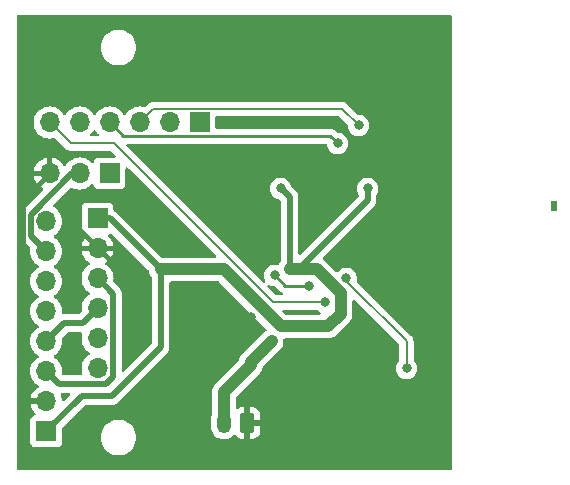
<source format=gbr>
%TF.GenerationSoftware,KiCad,Pcbnew,7.0.1*%
%TF.CreationDate,2023-11-12T22:26:15+01:00*%
%TF.ProjectId,pcbIOT,70636249-4f54-42e6-9b69-6361645f7063,rev?*%
%TF.SameCoordinates,Original*%
%TF.FileFunction,Copper,L2,Bot*%
%TF.FilePolarity,Positive*%
%FSLAX46Y46*%
G04 Gerber Fmt 4.6, Leading zero omitted, Abs format (unit mm)*
G04 Created by KiCad (PCBNEW 7.0.1) date 2023-11-12 22:26:15*
%MOMM*%
%LPD*%
G01*
G04 APERTURE LIST*
G04 Aperture macros list*
%AMRoundRect*
0 Rectangle with rounded corners*
0 $1 Rounding radius*
0 $2 $3 $4 $5 $6 $7 $8 $9 X,Y pos of 4 corners*
0 Add a 4 corners polygon primitive as box body*
4,1,4,$2,$3,$4,$5,$6,$7,$8,$9,$2,$3,0*
0 Add four circle primitives for the rounded corners*
1,1,$1+$1,$2,$3*
1,1,$1+$1,$4,$5*
1,1,$1+$1,$6,$7*
1,1,$1+$1,$8,$9*
0 Add four rect primitives between the rounded corners*
20,1,$1+$1,$2,$3,$4,$5,0*
20,1,$1+$1,$4,$5,$6,$7,0*
20,1,$1+$1,$6,$7,$8,$9,0*
20,1,$1+$1,$8,$9,$2,$3,0*%
G04 Aperture macros list end*
%TA.AperFunction,ComponentPad*%
%ADD10R,1.700000X1.700000*%
%TD*%
%TA.AperFunction,ComponentPad*%
%ADD11O,1.700000X1.700000*%
%TD*%
%TA.AperFunction,ComponentPad*%
%ADD12RoundRect,0.250000X0.350000X0.625000X-0.350000X0.625000X-0.350000X-0.625000X0.350000X-0.625000X0*%
%TD*%
%TA.AperFunction,ComponentPad*%
%ADD13O,1.200000X1.750000*%
%TD*%
%TA.AperFunction,ComponentPad*%
%ADD14R,0.500000X0.900000*%
%TD*%
%TA.AperFunction,ViaPad*%
%ADD15C,0.800000*%
%TD*%
%TA.AperFunction,Conductor*%
%ADD16C,1.000000*%
%TD*%
%TA.AperFunction,Conductor*%
%ADD17C,0.381000*%
%TD*%
%TA.AperFunction,Conductor*%
%ADD18C,0.400000*%
%TD*%
%TA.AperFunction,Conductor*%
%ADD19C,0.500000*%
%TD*%
%TA.AperFunction,Conductor*%
%ADD20C,0.250000*%
%TD*%
%TA.AperFunction,Conductor*%
%ADD21C,0.200000*%
%TD*%
G04 APERTURE END LIST*
D10*
%TO.P,J5,1,VIN*%
%TO.N,VDD*%
X123698000Y-60960000D03*
D11*
%TO.P,J5,2,GND*%
%TO.N,GND*%
X121158000Y-60960000D03*
%TO.P,J5,3,SCL*%
%TO.N,SCL*%
X118618000Y-60960000D03*
%TO.P,J5,4,SDA*%
%TO.N,SDA*%
X116078000Y-60960000D03*
%TO.P,J5,5,GPIO*%
%TO.N,ToF2_INT*%
X113538000Y-60960000D03*
%TO.P,J5,6,XSHUT*%
%TO.N,ToF2_XSHUT*%
X110998000Y-60960000D03*
%TD*%
D12*
%TO.P,J1,1,GND*%
%TO.N,GND*%
X127746000Y-86402000D03*
D13*
%TO.P,J1,2,VIN_BATT*%
%TO.N,Net-(IC2-EN)*%
X125746000Y-86402000D03*
%TD*%
D10*
%TO.P,J4,1,VIN*%
%TO.N,VDD*%
X115062000Y-69088000D03*
D11*
%TO.P,J4,2,GND*%
%TO.N,GND*%
X115062000Y-71628000D03*
%TO.P,J4,3,SCL*%
%TO.N,SCL*%
X115062000Y-74168000D03*
%TO.P,J4,4,SDA*%
%TO.N,SDA*%
X115062000Y-76708000D03*
%TO.P,J4,5,GPIO*%
%TO.N,ToF1_INT*%
X115062000Y-79248000D03*
%TO.P,J4,6,XSHUT*%
%TO.N,ToF1_XSHUT*%
X115062000Y-81788000D03*
%TD*%
D14*
%TO.P,AE1,2*%
%TO.N,N/C*%
X153670000Y-68026000D03*
%TD*%
D10*
%TO.P,J2,1,VCC*%
%TO.N,VDD*%
X110719000Y-87107000D03*
D11*
%TO.P,J2,2,GND*%
%TO.N,GND*%
X110719000Y-84567000D03*
%TO.P,J2,3,SCL*%
%TO.N,SCL*%
X110719000Y-82027000D03*
%TO.P,J2,4,SDA*%
%TO.N,SDA*%
X110719000Y-79487000D03*
%TO.P,J2,5,XDA*%
%TO.N,unconnected-(J2-Pin_5-Pad5)*%
X110719000Y-76947000D03*
%TO.P,J2,6,XCL*%
%TO.N,unconnected-(J2-Pin_6-Pad6)*%
X110719000Y-74407000D03*
%TO.P,J2,7,AD0*%
%TO.N,Net-(J2-Pin_7)*%
X110719000Y-71867000D03*
%TO.P,J2,8,INT*%
%TO.N,Acc_int*%
X110719000Y-69327000D03*
%TD*%
D10*
%TO.P,J3,1,Pin_1*%
%TO.N,VDD*%
X116078000Y-65278000D03*
D11*
%TO.P,J3,2,Pin_2*%
%TO.N,Net-(J2-Pin_7)*%
X113538000Y-65278000D03*
%TO.P,J3,3,Pin_3*%
%TO.N,GND*%
X110998000Y-65278000D03*
%TD*%
D15*
%TO.N,Net-(IC2-EN)*%
X129794000Y-79502000D03*
%TO.N,GND*%
X124714000Y-57404000D03*
X120904000Y-83566000D03*
X118110000Y-77470000D03*
X122428000Y-86614000D03*
X140928000Y-67056000D03*
X130302000Y-88392000D03*
X124968000Y-77724000D03*
X121158000Y-63246000D03*
X142240000Y-87376000D03*
X140716000Y-62230000D03*
X137668000Y-62970500D03*
X140462000Y-68917500D03*
X140970000Y-72644000D03*
X144272000Y-57658000D03*
X113030000Y-67818000D03*
X112522000Y-57150000D03*
X110490000Y-62992000D03*
X134366000Y-65532000D03*
X137160000Y-59944000D03*
X130048000Y-70358000D03*
X117602000Y-68072000D03*
X113538000Y-86360000D03*
X128016000Y-77386500D03*
X135890000Y-57150000D03*
X124968000Y-65786000D03*
%TO.N,VDD*%
X137922000Y-66548000D03*
X134366000Y-78232000D03*
X131318000Y-73406000D03*
X120396000Y-73406000D03*
X130556000Y-66548000D03*
%TO.N,SDA*%
X135382000Y-62738000D03*
%TO.N,SCL*%
X137160000Y-61214000D03*
%TO.N,SWO*%
X136120500Y-74168000D03*
X141224000Y-81788000D03*
%TO.N,ToF2_INT*%
X132950122Y-74784122D03*
X130048000Y-73914000D03*
%TO.N,ToF2_XSHUT*%
X134303500Y-76200000D03*
%TD*%
D16*
%TO.N,Net-(IC2-EN)*%
X128016000Y-81280000D02*
X128016000Y-81534000D01*
X128016000Y-81534000D02*
X125746000Y-83804000D01*
X129794000Y-79502000D02*
X128016000Y-81280000D01*
X125746000Y-83804000D02*
X125746000Y-86402000D01*
D17*
%TO.N,GND*%
X113030000Y-69596000D02*
X113030000Y-67818000D01*
D18*
X108981000Y-84567000D02*
X108966000Y-84582000D01*
D17*
X118110000Y-74676000D02*
X118110000Y-77470000D01*
D18*
X108769000Y-67507000D02*
X110998000Y-65278000D01*
X108966000Y-84582000D02*
X108769000Y-84385000D01*
D17*
X115062000Y-71628000D02*
X113030000Y-69596000D01*
X115062000Y-71628000D02*
X118110000Y-74676000D01*
D18*
X108769000Y-84385000D02*
X108769000Y-67507000D01*
X110719000Y-84567000D02*
X108981000Y-84567000D01*
D19*
%TO.N,VDD*%
X137922000Y-66548000D02*
X137922000Y-67564000D01*
X137922000Y-67564000D02*
X132080000Y-73406000D01*
X116078000Y-69088000D02*
X115062000Y-69088000D01*
X131318000Y-67310000D02*
X130556000Y-66548000D01*
X113715975Y-84110025D02*
X116295975Y-84110025D01*
D16*
X134552082Y-78232000D02*
X135636000Y-77148082D01*
X135636000Y-77148082D02*
X135636000Y-75438000D01*
X133604000Y-73406000D02*
X131318000Y-73406000D01*
X134366000Y-78232000D02*
X134552082Y-78232000D01*
X135636000Y-75438000D02*
X133604000Y-73406000D01*
D19*
X120396000Y-80010000D02*
X120396000Y-73406000D01*
X131318000Y-73406000D02*
X131318000Y-67310000D01*
D16*
X130556000Y-78232000D02*
X134366000Y-78232000D01*
X120396000Y-73406000D02*
X125730000Y-73406000D01*
D19*
X110719000Y-87107000D02*
X113715975Y-84110025D01*
D16*
X125730000Y-73406000D02*
X130556000Y-78232000D01*
D19*
X120396000Y-73406000D02*
X116078000Y-69088000D01*
X116295975Y-84110025D02*
X120396000Y-80010000D01*
X132080000Y-73406000D02*
X131318000Y-73406000D01*
D20*
%TO.N,SDA*%
X134779000Y-62135000D02*
X135382000Y-62738000D01*
X117253000Y-62135000D02*
X134779000Y-62135000D01*
D19*
X113822000Y-77948000D02*
X115062000Y-76708000D01*
X112258000Y-77948000D02*
X113822000Y-77948000D01*
D20*
X116078000Y-60960000D02*
X117253000Y-62135000D01*
D19*
X110719000Y-79487000D02*
X112258000Y-77948000D01*
%TO.N,SCL*%
X111780000Y-83088000D02*
X115794000Y-83088000D01*
D21*
X119768000Y-59810000D02*
X118618000Y-60960000D01*
D19*
X110719000Y-82027000D02*
X111780000Y-83088000D01*
X116362000Y-75468000D02*
X115062000Y-74168000D01*
D21*
X137160000Y-61214000D02*
X135756000Y-59810000D01*
X135756000Y-59810000D02*
X119768000Y-59810000D01*
D19*
X116362000Y-82520000D02*
X116362000Y-75468000D01*
X115794000Y-83088000D02*
X116362000Y-82520000D01*
D21*
%TO.N,SWO*%
X136120500Y-74398500D02*
X141224000Y-79502000D01*
X136120500Y-74168000D02*
X136120500Y-74398500D01*
X141224000Y-79502000D02*
X141224000Y-81788000D01*
D20*
%TO.N,ToF2_INT*%
X132950122Y-74784122D02*
X130918122Y-74784122D01*
X130918122Y-74784122D02*
X130048000Y-73914000D01*
D21*
%TO.N,ToF2_XSHUT*%
X112776000Y-62738000D02*
X110998000Y-60960000D01*
X129914000Y-76200000D02*
X116452000Y-62738000D01*
X116452000Y-62738000D02*
X112776000Y-62738000D01*
X134303500Y-76200000D02*
X129914000Y-76200000D01*
D19*
%TO.N,Net-(J2-Pin_7)*%
X109419000Y-68788522D02*
X112929522Y-65278000D01*
X109419000Y-70567000D02*
X109419000Y-68788522D01*
X110719000Y-71867000D02*
X109419000Y-70567000D01*
X112929522Y-65278000D02*
X113538000Y-65278000D01*
%TD*%
%TA.AperFunction,Conductor*%
%TO.N,GND*%
G36*
X117590817Y-64745165D02*
G01*
X117640180Y-64775415D01*
X125058584Y-72193819D01*
X125088834Y-72243182D01*
X125093376Y-72300898D01*
X125071221Y-72354385D01*
X125027198Y-72391985D01*
X124970903Y-72405500D01*
X120508230Y-72405500D01*
X120460777Y-72396061D01*
X120420549Y-72369181D01*
X116653728Y-68602360D01*
X116641946Y-68588727D01*
X116627609Y-68569469D01*
X116589666Y-68537631D01*
X116581691Y-68530323D01*
X116577782Y-68526414D01*
X116577781Y-68526413D01*
X116577777Y-68526409D01*
X116553423Y-68507152D01*
X116550647Y-68504890D01*
X116492251Y-68455890D01*
X116473412Y-68443888D01*
X116463314Y-68435905D01*
X116465577Y-68433042D01*
X116431917Y-68403521D01*
X116412499Y-68336898D01*
X116412499Y-68190130D01*
X116408504Y-68152965D01*
X116406091Y-68130517D01*
X116355796Y-67995669D01*
X116269546Y-67880454D01*
X116154331Y-67794204D01*
X116019483Y-67743909D01*
X115959873Y-67737500D01*
X115959869Y-67737500D01*
X114164130Y-67737500D01*
X114104515Y-67743909D01*
X113969669Y-67794204D01*
X113854454Y-67880454D01*
X113768204Y-67995668D01*
X113717909Y-68130515D01*
X113717909Y-68130517D01*
X113715496Y-68152965D01*
X113711500Y-68190130D01*
X113711500Y-69985869D01*
X113717909Y-70045483D01*
X113768204Y-70180331D01*
X113854454Y-70295546D01*
X113969669Y-70381796D01*
X114101598Y-70431002D01*
X114151978Y-70465981D01*
X114179431Y-70520825D01*
X114177242Y-70582118D01*
X114145947Y-70634865D01*
X114023888Y-70756924D01*
X113888400Y-70950421D01*
X113788569Y-71164507D01*
X113731364Y-71377999D01*
X113731364Y-71378000D01*
X116392636Y-71378000D01*
X116392635Y-71377999D01*
X116335430Y-71164507D01*
X116235599Y-70950421D01*
X116100109Y-70756921D01*
X115978053Y-70634865D01*
X115946757Y-70582119D01*
X115944568Y-70520825D01*
X115972022Y-70465981D01*
X116022398Y-70431003D01*
X116154331Y-70381796D01*
X116157584Y-70379360D01*
X116211329Y-70356343D01*
X116269651Y-70360513D01*
X116319577Y-70390945D01*
X119363991Y-73435358D01*
X119386937Y-73467024D01*
X119398880Y-73504261D01*
X119422443Y-73658071D01*
X119493113Y-73848886D01*
X119600745Y-74021567D01*
X119600746Y-74021568D01*
X119600748Y-74021571D01*
X119611377Y-74032752D01*
X119636653Y-74072183D01*
X119645500Y-74118181D01*
X119645500Y-79647771D01*
X119636061Y-79695224D01*
X119609181Y-79735452D01*
X117324181Y-82020451D01*
X117274818Y-82050701D01*
X117217102Y-82055243D01*
X117163615Y-82033088D01*
X117126015Y-81989065D01*
X117112500Y-81932770D01*
X117112500Y-75531706D01*
X117113809Y-75513736D01*
X117114338Y-75510118D01*
X117117289Y-75489977D01*
X117112972Y-75440631D01*
X117112500Y-75429824D01*
X117112500Y-75424289D01*
X117108903Y-75393521D01*
X117108536Y-75389929D01*
X117107469Y-75377728D01*
X117101999Y-75315203D01*
X117101998Y-75315201D01*
X117101889Y-75313949D01*
X117097672Y-75294930D01*
X117071592Y-75223274D01*
X117070408Y-75219868D01*
X117046814Y-75148666D01*
X117046812Y-75148663D01*
X117046415Y-75147464D01*
X117037929Y-75129936D01*
X117037237Y-75128884D01*
X117037237Y-75128883D01*
X116996001Y-75066188D01*
X116994086Y-75063181D01*
X116979420Y-75039404D01*
X116954712Y-74999345D01*
X116954711Y-74999344D01*
X116954048Y-74998269D01*
X116941748Y-74983170D01*
X116886273Y-74930832D01*
X116883686Y-74928319D01*
X116434869Y-74479502D01*
X116406028Y-74434231D01*
X116399022Y-74381013D01*
X116401336Y-74354571D01*
X116417659Y-74168000D01*
X116404847Y-74021567D01*
X116397063Y-73932592D01*
X116392081Y-73914000D01*
X116335903Y-73704337D01*
X116236035Y-73490171D01*
X116100495Y-73296599D01*
X115933401Y-73129505D01*
X115747402Y-72999267D01*
X115708539Y-72954951D01*
X115694528Y-72897694D01*
X115708539Y-72840437D01*
X115747405Y-72796119D01*
X115933078Y-72666109D01*
X116100106Y-72499081D01*
X116235600Y-72305576D01*
X116335430Y-72091492D01*
X116392636Y-71878000D01*
X113731364Y-71878000D01*
X113788569Y-72091492D01*
X113888399Y-72305576D01*
X114023893Y-72499081D01*
X114190918Y-72666106D01*
X114376595Y-72796119D01*
X114415460Y-72840437D01*
X114429471Y-72897694D01*
X114415460Y-72954951D01*
X114376595Y-72999269D01*
X114190595Y-73129508D01*
X114023505Y-73296598D01*
X113887965Y-73490170D01*
X113788097Y-73704336D01*
X113726936Y-73932592D01*
X113706340Y-74168000D01*
X113726936Y-74403407D01*
X113763184Y-74538687D01*
X113788097Y-74631663D01*
X113887965Y-74845830D01*
X114023505Y-75039401D01*
X114190599Y-75206495D01*
X114376160Y-75336426D01*
X114415024Y-75380743D01*
X114429035Y-75438000D01*
X114415024Y-75495257D01*
X114376159Y-75539575D01*
X114190595Y-75669508D01*
X114023505Y-75836598D01*
X113887965Y-76030170D01*
X113788097Y-76244336D01*
X113726936Y-76472592D01*
X113706340Y-76707999D01*
X113724977Y-76921011D01*
X113717971Y-76974229D01*
X113689130Y-77019500D01*
X113547448Y-77161183D01*
X113507223Y-77188061D01*
X113459770Y-77197500D01*
X112321706Y-77197500D01*
X112303736Y-77196191D01*
X112283042Y-77193160D01*
X112279977Y-77192711D01*
X112279976Y-77192711D01*
X112230631Y-77197028D01*
X112219824Y-77197500D01*
X112214283Y-77197500D01*
X112202256Y-77198905D01*
X112148005Y-77193160D01*
X112101469Y-77164687D01*
X112071658Y-77118998D01*
X112064341Y-77064935D01*
X112074659Y-76946999D01*
X112054063Y-76711592D01*
X112053100Y-76707999D01*
X111992903Y-76483337D01*
X111893035Y-76269171D01*
X111757495Y-76075599D01*
X111590401Y-75908505D01*
X111404839Y-75778573D01*
X111365975Y-75734257D01*
X111351964Y-75677000D01*
X111365975Y-75619743D01*
X111404839Y-75575426D01*
X111590401Y-75445495D01*
X111757495Y-75278401D01*
X111893035Y-75084830D01*
X111992903Y-74870663D01*
X112054063Y-74642408D01*
X112074659Y-74407000D01*
X112054063Y-74171592D01*
X111992903Y-73943337D01*
X111893035Y-73729171D01*
X111757495Y-73535599D01*
X111590401Y-73368505D01*
X111404839Y-73238573D01*
X111365975Y-73194257D01*
X111351964Y-73137000D01*
X111365975Y-73079743D01*
X111404839Y-73035426D01*
X111590401Y-72905495D01*
X111757495Y-72738401D01*
X111893035Y-72544830D01*
X111992903Y-72330663D01*
X112054063Y-72102408D01*
X112074659Y-71867000D01*
X112054063Y-71631592D01*
X111992903Y-71403337D01*
X111893035Y-71189171D01*
X111757495Y-70995599D01*
X111590401Y-70828505D01*
X111404839Y-70698573D01*
X111365975Y-70654257D01*
X111351964Y-70597000D01*
X111365975Y-70539743D01*
X111404839Y-70495426D01*
X111590401Y-70365495D01*
X111757495Y-70198401D01*
X111893035Y-70004830D01*
X111992903Y-69790663D01*
X112054063Y-69562408D01*
X112074659Y-69327000D01*
X112054063Y-69091592D01*
X111992903Y-68863337D01*
X111893035Y-68649171D01*
X111757495Y-68455599D01*
X111590401Y-68288505D01*
X111396830Y-68152965D01*
X111365753Y-68138473D01*
X111319782Y-68101579D01*
X111296042Y-68047625D01*
X111299897Y-67988805D01*
X111330475Y-67938413D01*
X112769236Y-66499652D01*
X112811134Y-66472096D01*
X112860522Y-66463387D01*
X112909315Y-66474951D01*
X113074337Y-66551903D01*
X113302592Y-66613063D01*
X113538000Y-66633659D01*
X113773408Y-66613063D01*
X114001663Y-66551903D01*
X114215830Y-66452035D01*
X114409401Y-66316495D01*
X114531329Y-66194566D01*
X114584072Y-66163273D01*
X114645365Y-66161084D01*
X114700209Y-66188537D01*
X114735189Y-66238916D01*
X114784204Y-66370331D01*
X114870454Y-66485546D01*
X114985669Y-66571796D01*
X115120517Y-66622091D01*
X115180127Y-66628500D01*
X116975872Y-66628499D01*
X117035483Y-66622091D01*
X117170331Y-66571796D01*
X117285546Y-66485546D01*
X117371796Y-66370331D01*
X117422091Y-66235483D01*
X117428500Y-66175873D01*
X117428499Y-64863095D01*
X117442014Y-64806801D01*
X117479614Y-64762778D01*
X117533101Y-64740623D01*
X117590817Y-64745165D01*
G37*
%TD.AperFunction*%
%TA.AperFunction,Conductor*%
G36*
X144972000Y-51833113D02*
G01*
X145017387Y-51878500D01*
X145034000Y-51940500D01*
X145034000Y-90299500D01*
X145017387Y-90361500D01*
X144972000Y-90406887D01*
X144910000Y-90423500D01*
X108328500Y-90423500D01*
X108266500Y-90406887D01*
X108221113Y-90361500D01*
X108204500Y-90299500D01*
X108204500Y-70545023D01*
X108663711Y-70545023D01*
X108668028Y-70594369D01*
X108668500Y-70605176D01*
X108668500Y-70610708D01*
X108672098Y-70641496D01*
X108672464Y-70645081D01*
X108676653Y-70692965D01*
X108679110Y-70721041D01*
X108683329Y-70740071D01*
X108683758Y-70741251D01*
X108683759Y-70741255D01*
X108709413Y-70811742D01*
X108710582Y-70815107D01*
X108734580Y-70887524D01*
X108743075Y-70905072D01*
X108784979Y-70968784D01*
X108786889Y-70971782D01*
X108826288Y-71035656D01*
X108826952Y-71036732D01*
X108839253Y-71051830D01*
X108840168Y-71052693D01*
X108840170Y-71052696D01*
X108894709Y-71104151D01*
X108897296Y-71106664D01*
X109346130Y-71555497D01*
X109374971Y-71600767D01*
X109381977Y-71653985D01*
X109363340Y-71866999D01*
X109383936Y-72102407D01*
X109408430Y-72193819D01*
X109445097Y-72330663D01*
X109544965Y-72544830D01*
X109680505Y-72738401D01*
X109847599Y-72905495D01*
X110033160Y-73035426D01*
X110072024Y-73079743D01*
X110086035Y-73137000D01*
X110072024Y-73194257D01*
X110033159Y-73238575D01*
X109847595Y-73368508D01*
X109680505Y-73535598D01*
X109544965Y-73729170D01*
X109445097Y-73943336D01*
X109383936Y-74171592D01*
X109363340Y-74407000D01*
X109383936Y-74642407D01*
X109398873Y-74698151D01*
X109445097Y-74870663D01*
X109544965Y-75084830D01*
X109680505Y-75278401D01*
X109847599Y-75445495D01*
X110033160Y-75575426D01*
X110072024Y-75619743D01*
X110086035Y-75677000D01*
X110072024Y-75734257D01*
X110033159Y-75778575D01*
X109847595Y-75908508D01*
X109680505Y-76075598D01*
X109544965Y-76269170D01*
X109445097Y-76483336D01*
X109383936Y-76711592D01*
X109363340Y-76946999D01*
X109383936Y-77182407D01*
X109412047Y-77287319D01*
X109445097Y-77410663D01*
X109544965Y-77624830D01*
X109680505Y-77818401D01*
X109847599Y-77985495D01*
X110033160Y-78115426D01*
X110072024Y-78159743D01*
X110086035Y-78217000D01*
X110072024Y-78274257D01*
X110033158Y-78318575D01*
X109878185Y-78427089D01*
X109847595Y-78448508D01*
X109680505Y-78615598D01*
X109544965Y-78809170D01*
X109445097Y-79023336D01*
X109383936Y-79251592D01*
X109363340Y-79487000D01*
X109383936Y-79722407D01*
X109428709Y-79889501D01*
X109445097Y-79950663D01*
X109544965Y-80164830D01*
X109680505Y-80358401D01*
X109847599Y-80525495D01*
X110033160Y-80655426D01*
X110072024Y-80699743D01*
X110086035Y-80757000D01*
X110072024Y-80814257D01*
X110033160Y-80858574D01*
X109861257Y-80978942D01*
X109847595Y-80988508D01*
X109680505Y-81155598D01*
X109544965Y-81349170D01*
X109445097Y-81563336D01*
X109383936Y-81791592D01*
X109363340Y-82026999D01*
X109383936Y-82262407D01*
X109428709Y-82429501D01*
X109445097Y-82490663D01*
X109544965Y-82704830D01*
X109680505Y-82898401D01*
X109847599Y-83065495D01*
X110033597Y-83195732D01*
X110072460Y-83240048D01*
X110086471Y-83297305D01*
X110072461Y-83354561D01*
X110033595Y-83398880D01*
X109847919Y-83528892D01*
X109680890Y-83695921D01*
X109545400Y-83889421D01*
X109445569Y-84103507D01*
X109388364Y-84316999D01*
X109388364Y-84317000D01*
X110845000Y-84317000D01*
X110907000Y-84333613D01*
X110952387Y-84379000D01*
X110969000Y-84441000D01*
X110969000Y-84693000D01*
X110952387Y-84755000D01*
X110907000Y-84800387D01*
X110845000Y-84817000D01*
X109388364Y-84817000D01*
X109445569Y-85030492D01*
X109545399Y-85244576D01*
X109680893Y-85438081D01*
X109802946Y-85560134D01*
X109834242Y-85612880D01*
X109836431Y-85674173D01*
X109808978Y-85729018D01*
X109758599Y-85763997D01*
X109626669Y-85813204D01*
X109511454Y-85899454D01*
X109425204Y-86014668D01*
X109374909Y-86149516D01*
X109368500Y-86209130D01*
X109368500Y-88004869D01*
X109374909Y-88064483D01*
X109425204Y-88199331D01*
X109511454Y-88314546D01*
X109626669Y-88400796D01*
X109761517Y-88451091D01*
X109821127Y-88457500D01*
X111616872Y-88457499D01*
X111676483Y-88451091D01*
X111811331Y-88400796D01*
X111926546Y-88314546D01*
X112012796Y-88199331D01*
X112063091Y-88064483D01*
X112069500Y-88004873D01*
X112069500Y-87629999D01*
X115334356Y-87629999D01*
X115354891Y-87877816D01*
X115354891Y-87877819D01*
X115354892Y-87877821D01*
X115415937Y-88118881D01*
X115451225Y-88199330D01*
X115515825Y-88346604D01*
X115515827Y-88346607D01*
X115651836Y-88554785D01*
X115820256Y-88737738D01*
X115820259Y-88737740D01*
X116016485Y-88890470D01*
X116016487Y-88890471D01*
X116016491Y-88890474D01*
X116235190Y-89008828D01*
X116470386Y-89089571D01*
X116715665Y-89130500D01*
X116964335Y-89130500D01*
X117209614Y-89089571D01*
X117444810Y-89008828D01*
X117663509Y-88890474D01*
X117859744Y-88737738D01*
X118028164Y-88554785D01*
X118164173Y-88346607D01*
X118264063Y-88118881D01*
X118325108Y-87877821D01*
X118345643Y-87630000D01*
X118325108Y-87382179D01*
X118264063Y-87141119D01*
X118164173Y-86913393D01*
X118028164Y-86705215D01*
X117859744Y-86522262D01*
X117837612Y-86505036D01*
X117663514Y-86369529D01*
X117663510Y-86369526D01*
X117663509Y-86369526D01*
X117444810Y-86251172D01*
X117444806Y-86251170D01*
X117444805Y-86251170D01*
X117209615Y-86170429D01*
X116964335Y-86129500D01*
X116715665Y-86129500D01*
X116470384Y-86170429D01*
X116235194Y-86251170D01*
X116016485Y-86369529D01*
X115820259Y-86522259D01*
X115651837Y-86705214D01*
X115515825Y-86913395D01*
X115444071Y-87076979D01*
X115415937Y-87141119D01*
X115382114Y-87274682D01*
X115354891Y-87382183D01*
X115334356Y-87629999D01*
X112069500Y-87629999D01*
X112069499Y-86869228D01*
X112078938Y-86821776D01*
X112105815Y-86781551D01*
X113990523Y-84896843D01*
X114030751Y-84869964D01*
X114078204Y-84860525D01*
X116232269Y-84860525D01*
X116250239Y-84861834D01*
X116254295Y-84862427D01*
X116273998Y-84865314D01*
X116323343Y-84860997D01*
X116334151Y-84860525D01*
X116339681Y-84860525D01*
X116339684Y-84860525D01*
X116370525Y-84856919D01*
X116374006Y-84856564D01*
X116448772Y-84850024D01*
X116448772Y-84850023D01*
X116450027Y-84849914D01*
X116469037Y-84845699D01*
X116470225Y-84845266D01*
X116470230Y-84845266D01*
X116540795Y-84819582D01*
X116544070Y-84818444D01*
X116615309Y-84794839D01*
X116615311Y-84794837D01*
X116616511Y-84794440D01*
X116634038Y-84785954D01*
X116635087Y-84785263D01*
X116635092Y-84785262D01*
X116697781Y-84744030D01*
X116700773Y-84742124D01*
X116764631Y-84702737D01*
X116764631Y-84702736D01*
X116765704Y-84702075D01*
X116780799Y-84689778D01*
X116781667Y-84688857D01*
X116781671Y-84688855D01*
X116833159Y-84634279D01*
X116835605Y-84631761D01*
X120881642Y-80585724D01*
X120895260Y-80573954D01*
X120914530Y-80559610D01*
X120946376Y-80521656D01*
X120953662Y-80513704D01*
X120957591Y-80509777D01*
X120976833Y-80485439D01*
X120979090Y-80482670D01*
X120997489Y-80460743D01*
X121027302Y-80425214D01*
X121027303Y-80425211D01*
X121028115Y-80424244D01*
X121038573Y-80407827D01*
X121039106Y-80406682D01*
X121039111Y-80406677D01*
X121070833Y-80338646D01*
X121072362Y-80335488D01*
X121106040Y-80268433D01*
X121106040Y-80268432D01*
X121106612Y-80267294D01*
X121113000Y-80248914D01*
X121113255Y-80247675D01*
X121113257Y-80247673D01*
X121128447Y-80174103D01*
X121129186Y-80170770D01*
X121146500Y-80097721D01*
X121146500Y-80097717D01*
X121146791Y-80096489D01*
X121148770Y-80077121D01*
X121148733Y-80075859D01*
X121148734Y-80075856D01*
X121146552Y-80000869D01*
X121146500Y-79997263D01*
X121146500Y-74530500D01*
X121163113Y-74468500D01*
X121208500Y-74423113D01*
X121270500Y-74406500D01*
X125264217Y-74406500D01*
X125311670Y-74415939D01*
X125351898Y-74442819D01*
X129336168Y-78427089D01*
X129365304Y-78473180D01*
X129371851Y-78527314D01*
X129354542Y-78579023D01*
X129316724Y-78618306D01*
X129158481Y-78722598D01*
X127318646Y-80562432D01*
X127316399Y-80564623D01*
X127252948Y-80624939D01*
X127219244Y-80673362D01*
X127213573Y-80680882D01*
X127176301Y-80726593D01*
X127162210Y-80753566D01*
X127154082Y-80766983D01*
X127136705Y-80791950D01*
X127113439Y-80846165D01*
X127109399Y-80854671D01*
X127082090Y-80906952D01*
X127073720Y-80936201D01*
X127068459Y-80950978D01*
X127056459Y-80978942D01*
X127044587Y-81036712D01*
X127042342Y-81045861D01*
X127032385Y-81080659D01*
X127000850Y-81134228D01*
X125048646Y-83086432D01*
X125046399Y-83088623D01*
X124982948Y-83148939D01*
X124949244Y-83197362D01*
X124943573Y-83204882D01*
X124906301Y-83250593D01*
X124892210Y-83277566D01*
X124884082Y-83290983D01*
X124866705Y-83315950D01*
X124843439Y-83370165D01*
X124839399Y-83378671D01*
X124812090Y-83430952D01*
X124803720Y-83460201D01*
X124798459Y-83474978D01*
X124786460Y-83502942D01*
X124774587Y-83560713D01*
X124772342Y-83569860D01*
X124756113Y-83626580D01*
X124753802Y-83656925D01*
X124751622Y-83672466D01*
X124745500Y-83702259D01*
X124745500Y-83761242D01*
X124745142Y-83770656D01*
X124740663Y-83829477D01*
X124744506Y-83859651D01*
X124745500Y-83875317D01*
X124745500Y-85641208D01*
X124736618Y-85687294D01*
X124685274Y-85815545D01*
X124645500Y-86021914D01*
X124645500Y-86021915D01*
X124645500Y-86729425D01*
X124653945Y-86817868D01*
X124660472Y-86886220D01*
X124719683Y-87087873D01*
X124815990Y-87274684D01*
X124945906Y-87439884D01*
X125104745Y-87577520D01*
X125203259Y-87634397D01*
X125286756Y-87682604D01*
X125369832Y-87711357D01*
X125485366Y-87751344D01*
X125520298Y-87756366D01*
X125693398Y-87781254D01*
X125903330Y-87771254D01*
X126107576Y-87721704D01*
X126193195Y-87682603D01*
X126298752Y-87634397D01*
X126469949Y-87512488D01*
X126469948Y-87512488D01*
X126469952Y-87512486D01*
X126568109Y-87409541D01*
X126615053Y-87378732D01*
X126670777Y-87371789D01*
X126723850Y-87390138D01*
X126763387Y-87430016D01*
X126803682Y-87495344D01*
X126927654Y-87619316D01*
X127076877Y-87711357D01*
X127243303Y-87766506D01*
X127346021Y-87777000D01*
X127496000Y-87777000D01*
X127496000Y-86652000D01*
X127996000Y-86652000D01*
X127996000Y-87776999D01*
X128145979Y-87776999D01*
X128248695Y-87766506D01*
X128415122Y-87711357D01*
X128564345Y-87619316D01*
X128688316Y-87495345D01*
X128780357Y-87346122D01*
X128835506Y-87179696D01*
X128846000Y-87076979D01*
X128846000Y-86652000D01*
X127996000Y-86652000D01*
X127496000Y-86652000D01*
X127496000Y-85027001D01*
X127346021Y-85027001D01*
X127243304Y-85037493D01*
X127076877Y-85092642D01*
X126935596Y-85179785D01*
X126873204Y-85198217D01*
X126810068Y-85182523D01*
X126763566Y-85137025D01*
X126746500Y-85074246D01*
X126746500Y-85027000D01*
X127996000Y-85027000D01*
X127996000Y-86152000D01*
X128845999Y-86152000D01*
X128845999Y-85727021D01*
X128835506Y-85624304D01*
X128780357Y-85457877D01*
X128688316Y-85308654D01*
X128564345Y-85184683D01*
X128415122Y-85092642D01*
X128248696Y-85037493D01*
X128145979Y-85027000D01*
X127996000Y-85027000D01*
X126746500Y-85027000D01*
X126746500Y-84269783D01*
X126755939Y-84222330D01*
X126782819Y-84182102D01*
X127097465Y-83867456D01*
X128713390Y-82251528D01*
X128715560Y-82249412D01*
X128779053Y-82189059D01*
X128812759Y-82140630D01*
X128818428Y-82133113D01*
X128855698Y-82087407D01*
X128869783Y-82060439D01*
X128877918Y-82047015D01*
X128887611Y-82033088D01*
X128895295Y-82022049D01*
X128918568Y-81967815D01*
X128922598Y-81959331D01*
X128949908Y-81907051D01*
X128949909Y-81907049D01*
X128958278Y-81877797D01*
X128963534Y-81863032D01*
X128975540Y-81835058D01*
X128987418Y-81777256D01*
X128989653Y-81768150D01*
X128999615Y-81733335D01*
X129031146Y-81679773D01*
X130537341Y-80173580D01*
X130633698Y-80055407D01*
X130727909Y-79875049D01*
X130763481Y-79750735D01*
X130783887Y-79679419D01*
X130786297Y-79647771D01*
X130799337Y-79476523D01*
X130786046Y-79372163D01*
X130796819Y-79303779D01*
X130842575Y-79251826D01*
X130909053Y-79232500D01*
X134264259Y-79232500D01*
X134416742Y-79232500D01*
X134537803Y-79232500D01*
X134540944Y-79232539D01*
X134628445Y-79234757D01*
X134686514Y-79224348D01*
X134695818Y-79223043D01*
X134754520Y-79217074D01*
X134783549Y-79207965D01*
X134798782Y-79204226D01*
X134828735Y-79198858D01*
X134883508Y-79176978D01*
X134892383Y-79173819D01*
X134909757Y-79168367D01*
X134948670Y-79156159D01*
X134975276Y-79141390D01*
X134989444Y-79134662D01*
X135017699Y-79123377D01*
X135066961Y-79090909D01*
X135074992Y-79086043D01*
X135126584Y-79057409D01*
X135149669Y-79037589D01*
X135162196Y-79028144D01*
X135187601Y-79011402D01*
X135229333Y-78969668D01*
X135236205Y-78963300D01*
X135280977Y-78924866D01*
X135299601Y-78900803D01*
X135309962Y-78889039D01*
X136333409Y-77865592D01*
X136335579Y-77863476D01*
X136399053Y-77803141D01*
X136432765Y-77754704D01*
X136438408Y-77747220D01*
X136475698Y-77701489D01*
X136489786Y-77674517D01*
X136497911Y-77661106D01*
X136515295Y-77636131D01*
X136538568Y-77581897D01*
X136542598Y-77573413D01*
X136569908Y-77521133D01*
X136569909Y-77521131D01*
X136578278Y-77491879D01*
X136583534Y-77477114D01*
X136595540Y-77449140D01*
X136607418Y-77391338D01*
X136609651Y-77382238D01*
X136625887Y-77325500D01*
X136628197Y-77295159D01*
X136630376Y-77279617D01*
X136636500Y-77249823D01*
X136636500Y-77190839D01*
X136636858Y-77181425D01*
X136636964Y-77180027D01*
X136641337Y-77122605D01*
X136637493Y-77092429D01*
X136636500Y-77076764D01*
X136636500Y-76063097D01*
X136650015Y-76006802D01*
X136687615Y-75962779D01*
X136741102Y-75940624D01*
X136798818Y-75945166D01*
X136848181Y-75975416D01*
X140587181Y-79714416D01*
X140614061Y-79754644D01*
X140623500Y-79802097D01*
X140623500Y-81061547D01*
X140615264Y-81105985D01*
X140591650Y-81144519D01*
X140491466Y-81255783D01*
X140396820Y-81419715D01*
X140338326Y-81599742D01*
X140318540Y-81788000D01*
X140338326Y-81976257D01*
X140396820Y-82156284D01*
X140491466Y-82320216D01*
X140618129Y-82460889D01*
X140771269Y-82572151D01*
X140944197Y-82649144D01*
X141129352Y-82688500D01*
X141129354Y-82688500D01*
X141318646Y-82688500D01*
X141318648Y-82688500D01*
X141442084Y-82662262D01*
X141503803Y-82649144D01*
X141676730Y-82572151D01*
X141788889Y-82490663D01*
X141829870Y-82460889D01*
X141956533Y-82320216D01*
X142051179Y-82156284D01*
X142056262Y-82140640D01*
X142109674Y-81976256D01*
X142129460Y-81788000D01*
X142109674Y-81599744D01*
X142051179Y-81419716D01*
X142051179Y-81419715D01*
X141956533Y-81255783D01*
X141856350Y-81144519D01*
X141832736Y-81105985D01*
X141824500Y-81061547D01*
X141824500Y-79549487D01*
X141825561Y-79533301D01*
X141829682Y-79501999D01*
X141826328Y-79476523D01*
X141809044Y-79345238D01*
X141748536Y-79199159D01*
X141736601Y-79183605D01*
X141652282Y-79073717D01*
X141627229Y-79054494D01*
X141615034Y-79043799D01*
X137040512Y-74469277D01*
X137011305Y-74422988D01*
X137004872Y-74368634D01*
X137006172Y-74356260D01*
X137006174Y-74356256D01*
X137025960Y-74168000D01*
X137006174Y-73979744D01*
X136963656Y-73848887D01*
X136947679Y-73799715D01*
X136853033Y-73635783D01*
X136726370Y-73495110D01*
X136573230Y-73383848D01*
X136400302Y-73306855D01*
X136215148Y-73267500D01*
X136215146Y-73267500D01*
X136025854Y-73267500D01*
X136025852Y-73267500D01*
X135840697Y-73306855D01*
X135667769Y-73383848D01*
X135514632Y-73495109D01*
X135409419Y-73611959D01*
X135353523Y-73647568D01*
X135287271Y-73649303D01*
X135229588Y-73616667D01*
X134321567Y-72708647D01*
X134319374Y-72706398D01*
X134259059Y-72642946D01*
X134210642Y-72609247D01*
X134203120Y-72603576D01*
X134186599Y-72590105D01*
X134166639Y-72573830D01*
X134127665Y-72517835D01*
X134124210Y-72449698D01*
X134157317Y-72390049D01*
X138407638Y-68139727D01*
X138421256Y-68127957D01*
X138440530Y-68113610D01*
X138472384Y-68075647D01*
X138479671Y-68067694D01*
X138483591Y-68063776D01*
X138502820Y-68039454D01*
X138505077Y-68036685D01*
X138539494Y-67995669D01*
X138553302Y-67979214D01*
X138553303Y-67979211D01*
X138554115Y-67978244D01*
X138564573Y-67961828D01*
X138565107Y-67960680D01*
X138565111Y-67960677D01*
X138596845Y-67892621D01*
X138598371Y-67889470D01*
X138632040Y-67822433D01*
X138632040Y-67822431D01*
X138632609Y-67821299D01*
X138639002Y-67802906D01*
X138654431Y-67728184D01*
X138655212Y-67724660D01*
X138672791Y-67650493D01*
X138674770Y-67631120D01*
X138674733Y-67629858D01*
X138674734Y-67629855D01*
X138672552Y-67554868D01*
X138672500Y-67551262D01*
X138672500Y-67082322D01*
X138689113Y-67020322D01*
X138749179Y-66916284D01*
X138773878Y-66840269D01*
X138807674Y-66736256D01*
X138827460Y-66548000D01*
X138807674Y-66359744D01*
X138749179Y-66179716D01*
X138749179Y-66179715D01*
X138654533Y-66015783D01*
X138527870Y-65875110D01*
X138374730Y-65763848D01*
X138201802Y-65686855D01*
X138016648Y-65647500D01*
X138016646Y-65647500D01*
X137827354Y-65647500D01*
X137827352Y-65647500D01*
X137642197Y-65686855D01*
X137469269Y-65763848D01*
X137316129Y-65875110D01*
X137189466Y-66015783D01*
X137094820Y-66179715D01*
X137036326Y-66359742D01*
X137024217Y-66474953D01*
X137016540Y-66548000D01*
X137023378Y-66613063D01*
X137036326Y-66736257D01*
X137094820Y-66916284D01*
X137154887Y-67020322D01*
X137171500Y-67082322D01*
X137171500Y-67201771D01*
X137162061Y-67249224D01*
X137135181Y-67289452D01*
X132280181Y-72144451D01*
X132230818Y-72174701D01*
X132173102Y-72179243D01*
X132119615Y-72157088D01*
X132082015Y-72113065D01*
X132068500Y-72056770D01*
X132068500Y-67373706D01*
X132069809Y-67355736D01*
X132070338Y-67352118D01*
X132073289Y-67331977D01*
X132068972Y-67282631D01*
X132068500Y-67271824D01*
X132068500Y-67266289D01*
X132064903Y-67235521D01*
X132064536Y-67231929D01*
X132057889Y-67155949D01*
X132053672Y-67136930D01*
X132027592Y-67065274D01*
X132026408Y-67061868D01*
X132012641Y-67020322D01*
X132002814Y-66990666D01*
X132002812Y-66990663D01*
X132002415Y-66989464D01*
X131993929Y-66971936D01*
X131993237Y-66970884D01*
X131993237Y-66970883D01*
X131952001Y-66908188D01*
X131950086Y-66905181D01*
X131910048Y-66840269D01*
X131897748Y-66825170D01*
X131842273Y-66772832D01*
X131839686Y-66770319D01*
X131468771Y-66399403D01*
X131438521Y-66350040D01*
X131383179Y-66179715D01*
X131288533Y-66015783D01*
X131161870Y-65875110D01*
X131008730Y-65763848D01*
X130835802Y-65686855D01*
X130650648Y-65647500D01*
X130650646Y-65647500D01*
X130461354Y-65647500D01*
X130461352Y-65647500D01*
X130276197Y-65686855D01*
X130103269Y-65763848D01*
X129950129Y-65875110D01*
X129823466Y-66015783D01*
X129728820Y-66179715D01*
X129670326Y-66359742D01*
X129658217Y-66474953D01*
X129650540Y-66548000D01*
X129657378Y-66613063D01*
X129670326Y-66736257D01*
X129728820Y-66916284D01*
X129823466Y-67080216D01*
X129950129Y-67220889D01*
X130103269Y-67332151D01*
X130276193Y-67409143D01*
X130276196Y-67409143D01*
X130276197Y-67409144D01*
X130341333Y-67422988D01*
X130374714Y-67435303D01*
X130403228Y-67456596D01*
X130531181Y-67584549D01*
X130558061Y-67624777D01*
X130567500Y-67672230D01*
X130567500Y-72698660D01*
X130560835Y-72738767D01*
X130541556Y-72774562D01*
X130464551Y-72874042D01*
X130414775Y-72975518D01*
X130380775Y-73017844D01*
X130331953Y-73041588D01*
X130277666Y-73042199D01*
X130142648Y-73013500D01*
X130142646Y-73013500D01*
X129953354Y-73013500D01*
X129953352Y-73013500D01*
X129768197Y-73052855D01*
X129595269Y-73129848D01*
X129442129Y-73241110D01*
X129315466Y-73381783D01*
X129220820Y-73545715D01*
X129162326Y-73725742D01*
X129142540Y-73914000D01*
X129162326Y-74102257D01*
X129220820Y-74282284D01*
X129262555Y-74354571D01*
X129279050Y-74411163D01*
X129267550Y-74468976D01*
X129230654Y-74514947D01*
X129176700Y-74538687D01*
X129117880Y-74534832D01*
X129067487Y-74504252D01*
X117535416Y-62972181D01*
X117505166Y-62922818D01*
X117500624Y-62865102D01*
X117522779Y-62811615D01*
X117566802Y-62774015D01*
X117623097Y-62760500D01*
X134367255Y-62760500D01*
X134425470Y-62775015D01*
X134470056Y-62815160D01*
X134490574Y-62871536D01*
X134495636Y-62919695D01*
X134496326Y-62926257D01*
X134554820Y-63106284D01*
X134649466Y-63270216D01*
X134776129Y-63410889D01*
X134929269Y-63522151D01*
X135102197Y-63599144D01*
X135287352Y-63638500D01*
X135287354Y-63638500D01*
X135476646Y-63638500D01*
X135476648Y-63638500D01*
X135600083Y-63612262D01*
X135661803Y-63599144D01*
X135834730Y-63522151D01*
X135987871Y-63410888D01*
X136114533Y-63270216D01*
X136209179Y-63106284D01*
X136267674Y-62926256D01*
X136287460Y-62738000D01*
X136267674Y-62549744D01*
X136209179Y-62369716D01*
X136209179Y-62369715D01*
X136114533Y-62205783D01*
X135987870Y-62065110D01*
X135834730Y-61953848D01*
X135661802Y-61876855D01*
X135476648Y-61837500D01*
X135476646Y-61837500D01*
X135417453Y-61837500D01*
X135370000Y-61828061D01*
X135329772Y-61801181D01*
X135279802Y-61751211D01*
X135266906Y-61735113D01*
X135215775Y-61687098D01*
X135212978Y-61684387D01*
X135193470Y-61664879D01*
X135190290Y-61662412D01*
X135181424Y-61654839D01*
X135149582Y-61624938D01*
X135132024Y-61615285D01*
X135115764Y-61604604D01*
X135099936Y-61592327D01*
X135059851Y-61574980D01*
X135049361Y-61569841D01*
X135011091Y-61548802D01*
X134991691Y-61543821D01*
X134973284Y-61537519D01*
X134954897Y-61529562D01*
X134911758Y-61522729D01*
X134900324Y-61520361D01*
X134858019Y-61509500D01*
X134837984Y-61509500D01*
X134818586Y-61507973D01*
X134811162Y-61506797D01*
X134798805Y-61504840D01*
X134798804Y-61504840D01*
X134765751Y-61507964D01*
X134755325Y-61508950D01*
X134743656Y-61509500D01*
X125172500Y-61509500D01*
X125110500Y-61492887D01*
X125065113Y-61447500D01*
X125048500Y-61385500D01*
X125048499Y-60534500D01*
X125065112Y-60472500D01*
X125110499Y-60427113D01*
X125172499Y-60410500D01*
X135455903Y-60410500D01*
X135503356Y-60419939D01*
X135543584Y-60446819D01*
X136218065Y-61121300D01*
X136247269Y-61167583D01*
X136251255Y-61201241D01*
X136253178Y-61201039D01*
X136274326Y-61402257D01*
X136332820Y-61582284D01*
X136427466Y-61746216D01*
X136554129Y-61886889D01*
X136707269Y-61998151D01*
X136880197Y-62075144D01*
X137065352Y-62114500D01*
X137065354Y-62114500D01*
X137254646Y-62114500D01*
X137254648Y-62114500D01*
X137386918Y-62086385D01*
X137439803Y-62075144D01*
X137612730Y-61998151D01*
X137765871Y-61886888D01*
X137892533Y-61746216D01*
X137987179Y-61582284D01*
X138045674Y-61402256D01*
X138065460Y-61214000D01*
X138045674Y-61025744D01*
X137987179Y-60845716D01*
X137987179Y-60845715D01*
X137892533Y-60681783D01*
X137765870Y-60541110D01*
X137612730Y-60429848D01*
X137439802Y-60352855D01*
X137254648Y-60313500D01*
X137254646Y-60313500D01*
X137160097Y-60313500D01*
X137112644Y-60304061D01*
X137072416Y-60277181D01*
X136214199Y-59418964D01*
X136203503Y-59406768D01*
X136184281Y-59381716D01*
X136058840Y-59285463D01*
X135912762Y-59224956D01*
X135795361Y-59209500D01*
X135790780Y-59208897D01*
X135756000Y-59204317D01*
X135728163Y-59207982D01*
X135724697Y-59208439D01*
X135708513Y-59209500D01*
X119815487Y-59209500D01*
X119799302Y-59208439D01*
X119795376Y-59207922D01*
X119767999Y-59204317D01*
X119732741Y-59208959D01*
X119728639Y-59209500D01*
X119611237Y-59224956D01*
X119465161Y-59285462D01*
X119414982Y-59323965D01*
X119339718Y-59381718D01*
X119339716Y-59381719D01*
X119339715Y-59381721D01*
X119320490Y-59406774D01*
X119309798Y-59418965D01*
X119101530Y-59627233D01*
X119045943Y-59659327D01*
X118981756Y-59659327D01*
X118853406Y-59624936D01*
X118617999Y-59604340D01*
X118382592Y-59624936D01*
X118154336Y-59686097D01*
X117940170Y-59785965D01*
X117746598Y-59921505D01*
X117579505Y-60088598D01*
X117449575Y-60274159D01*
X117405257Y-60313025D01*
X117348000Y-60327036D01*
X117290743Y-60313025D01*
X117246425Y-60274159D01*
X117116494Y-60088598D01*
X116949404Y-59921508D01*
X116949401Y-59921505D01*
X116755830Y-59785965D01*
X116541663Y-59686097D01*
X116441755Y-59659327D01*
X116313407Y-59624936D01*
X116078000Y-59604340D01*
X115842592Y-59624936D01*
X115614336Y-59686097D01*
X115400170Y-59785965D01*
X115206598Y-59921505D01*
X115039505Y-60088598D01*
X114909575Y-60274159D01*
X114865257Y-60313025D01*
X114808000Y-60327036D01*
X114750743Y-60313025D01*
X114706425Y-60274159D01*
X114576494Y-60088598D01*
X114409404Y-59921508D01*
X114409401Y-59921505D01*
X114215830Y-59785965D01*
X114001663Y-59686097D01*
X113901755Y-59659327D01*
X113773407Y-59624936D01*
X113538000Y-59604340D01*
X113302592Y-59624936D01*
X113074336Y-59686097D01*
X112860170Y-59785965D01*
X112666598Y-59921505D01*
X112499505Y-60088598D01*
X112369575Y-60274159D01*
X112325257Y-60313025D01*
X112268000Y-60327036D01*
X112210743Y-60313025D01*
X112166425Y-60274159D01*
X112036494Y-60088598D01*
X111869404Y-59921508D01*
X111869401Y-59921505D01*
X111675830Y-59785965D01*
X111461663Y-59686097D01*
X111361755Y-59659327D01*
X111233407Y-59624936D01*
X110998000Y-59604340D01*
X110762592Y-59624936D01*
X110534336Y-59686097D01*
X110320170Y-59785965D01*
X110126598Y-59921505D01*
X109959505Y-60088598D01*
X109823965Y-60282170D01*
X109724097Y-60496336D01*
X109662936Y-60724592D01*
X109642340Y-60960000D01*
X109662936Y-61195407D01*
X109707709Y-61362502D01*
X109724097Y-61423663D01*
X109823965Y-61637830D01*
X109959505Y-61831401D01*
X110126599Y-61998495D01*
X110320170Y-62134035D01*
X110534337Y-62233903D01*
X110762592Y-62295063D01*
X110998000Y-62315659D01*
X111233408Y-62295063D01*
X111361757Y-62260672D01*
X111425943Y-62260672D01*
X111481531Y-62292766D01*
X112317799Y-63129034D01*
X112328494Y-63141229D01*
X112347717Y-63166282D01*
X112405897Y-63210924D01*
X112473159Y-63262536D01*
X112619238Y-63323044D01*
X112744698Y-63339561D01*
X112775999Y-63343682D01*
X112775999Y-63343681D01*
X112776000Y-63343682D01*
X112807302Y-63339560D01*
X112823487Y-63338500D01*
X116151903Y-63338500D01*
X116199356Y-63347939D01*
X116239584Y-63374819D01*
X116580584Y-63715819D01*
X116610834Y-63765182D01*
X116615376Y-63822898D01*
X116593221Y-63876385D01*
X116549198Y-63913985D01*
X116492903Y-63927500D01*
X115180130Y-63927500D01*
X115120515Y-63933909D01*
X114985669Y-63984204D01*
X114870454Y-64070454D01*
X114784204Y-64185669D01*
X114735189Y-64317083D01*
X114700209Y-64367462D01*
X114645365Y-64394915D01*
X114584072Y-64392726D01*
X114531326Y-64361430D01*
X114409404Y-64239508D01*
X114409403Y-64239507D01*
X114409401Y-64239505D01*
X114215830Y-64103965D01*
X114001663Y-64004097D01*
X113940501Y-63987709D01*
X113773407Y-63942936D01*
X113538000Y-63922340D01*
X113302592Y-63942936D01*
X113074336Y-64004097D01*
X112860170Y-64103965D01*
X112666598Y-64239505D01*
X112499508Y-64406595D01*
X112369269Y-64592596D01*
X112324951Y-64631461D01*
X112267694Y-64645472D01*
X112210437Y-64631461D01*
X112166119Y-64592595D01*
X112036109Y-64406921D01*
X111869081Y-64239893D01*
X111675576Y-64104399D01*
X111461492Y-64004569D01*
X111248000Y-63947364D01*
X111248000Y-65404000D01*
X111231387Y-65466000D01*
X111186000Y-65511387D01*
X111124000Y-65528000D01*
X109667364Y-65528000D01*
X109724569Y-65741492D01*
X109824399Y-65955576D01*
X109959893Y-66149081D01*
X110126918Y-66316106D01*
X110320424Y-66451601D01*
X110415074Y-66495737D01*
X110461046Y-66532632D01*
X110484786Y-66586586D01*
X110480931Y-66645406D01*
X110450351Y-66695800D01*
X108933358Y-68212794D01*
X108919727Y-68224575D01*
X108900467Y-68238914D01*
X108868633Y-68276851D01*
X108861341Y-68284811D01*
X108857408Y-68288744D01*
X108838176Y-68313067D01*
X108835902Y-68315859D01*
X108786894Y-68374266D01*
X108776418Y-68390709D01*
X108744192Y-68459816D01*
X108742622Y-68463058D01*
X108708393Y-68531214D01*
X108701996Y-68549620D01*
X108686573Y-68624310D01*
X108685793Y-68627827D01*
X108668208Y-68702027D01*
X108666229Y-68721400D01*
X108668448Y-68797653D01*
X108668500Y-68801259D01*
X108668500Y-70503294D01*
X108667191Y-70521264D01*
X108663711Y-70545023D01*
X108204500Y-70545023D01*
X108204500Y-65028000D01*
X109667364Y-65028000D01*
X110748000Y-65028000D01*
X110748000Y-63947364D01*
X110747999Y-63947364D01*
X110534507Y-64004569D01*
X110320421Y-64104400D01*
X110126921Y-64239890D01*
X109959890Y-64406921D01*
X109824400Y-64600421D01*
X109724569Y-64814507D01*
X109667364Y-65027999D01*
X109667364Y-65028000D01*
X108204500Y-65028000D01*
X108204500Y-54610000D01*
X115334356Y-54610000D01*
X115354891Y-54857816D01*
X115354891Y-54857819D01*
X115354892Y-54857821D01*
X115415937Y-55098881D01*
X115460960Y-55201523D01*
X115515825Y-55326604D01*
X115515827Y-55326607D01*
X115651836Y-55534785D01*
X115820256Y-55717738D01*
X115820259Y-55717740D01*
X116016485Y-55870470D01*
X116016487Y-55870471D01*
X116016491Y-55870474D01*
X116235190Y-55988828D01*
X116470386Y-56069571D01*
X116715665Y-56110500D01*
X116964335Y-56110500D01*
X117209614Y-56069571D01*
X117444810Y-55988828D01*
X117663509Y-55870474D01*
X117859744Y-55717738D01*
X118028164Y-55534785D01*
X118164173Y-55326607D01*
X118264063Y-55098881D01*
X118325108Y-54857821D01*
X118345643Y-54610000D01*
X118325108Y-54362179D01*
X118264063Y-54121119D01*
X118164173Y-53893393D01*
X118028164Y-53685215D01*
X117859744Y-53502262D01*
X117837612Y-53485036D01*
X117663514Y-53349529D01*
X117663510Y-53349526D01*
X117663509Y-53349526D01*
X117444810Y-53231172D01*
X117444806Y-53231170D01*
X117444805Y-53231170D01*
X117209615Y-53150429D01*
X116964335Y-53109500D01*
X116715665Y-53109500D01*
X116470384Y-53150429D01*
X116235194Y-53231170D01*
X116016485Y-53349529D01*
X115820259Y-53502259D01*
X115651837Y-53685214D01*
X115515825Y-53893395D01*
X115425780Y-54098678D01*
X115415937Y-54121119D01*
X115354892Y-54362179D01*
X115354891Y-54362183D01*
X115334356Y-54610000D01*
X108204500Y-54610000D01*
X108204500Y-51940500D01*
X108221113Y-51878500D01*
X108266500Y-51833113D01*
X108328500Y-51816500D01*
X144910000Y-51816500D01*
X144972000Y-51833113D01*
G37*
%TD.AperFunction*%
%TD*%
%TA.AperFunction,NonConductor*%
G36*
X114865257Y-61606975D02*
G01*
X114909573Y-61645839D01*
X115018345Y-61801181D01*
X115039505Y-61831401D01*
X115133923Y-61925819D01*
X115164173Y-61975182D01*
X115168715Y-62032898D01*
X115146560Y-62086385D01*
X115102537Y-62123985D01*
X115046242Y-62137500D01*
X114569758Y-62137500D01*
X114513463Y-62123985D01*
X114469440Y-62086385D01*
X114447285Y-62032898D01*
X114451827Y-61975182D01*
X114482077Y-61925819D01*
X114521008Y-61886888D01*
X114576495Y-61831401D01*
X114706426Y-61645839D01*
X114750743Y-61606975D01*
X114808000Y-61592964D01*
X114865257Y-61606975D01*
G37*
%TD.AperFunction*%
%TA.AperFunction,NonConductor*%
G36*
X129604632Y-74702320D02*
G01*
X129768197Y-74775144D01*
X129953352Y-74814500D01*
X129953354Y-74814500D01*
X130012547Y-74814500D01*
X130060000Y-74823939D01*
X130100228Y-74850819D01*
X130417318Y-75167909D01*
X130430218Y-75184010D01*
X130481345Y-75232022D01*
X130484141Y-75234732D01*
X130503651Y-75254242D01*
X130506833Y-75256710D01*
X130515693Y-75264277D01*
X130530733Y-75278401D01*
X130547540Y-75294184D01*
X130565092Y-75303833D01*
X130581360Y-75314519D01*
X130597186Y-75326795D01*
X130637268Y-75344139D01*
X130647755Y-75349277D01*
X130679699Y-75366839D01*
X130726294Y-75411711D01*
X130743950Y-75473943D01*
X130727862Y-75536599D01*
X130682409Y-75582627D01*
X130619960Y-75599500D01*
X130214097Y-75599500D01*
X130166644Y-75590061D01*
X130126416Y-75563181D01*
X129466515Y-74903280D01*
X129433472Y-74843914D01*
X129436673Y-74776048D01*
X129475156Y-74720055D01*
X129537368Y-74692746D01*
X129604632Y-74702320D01*
G37*
%TD.AperFunction*%
%TA.AperFunction,NonConductor*%
G36*
X133627676Y-76811220D02*
G01*
X133669390Y-76841527D01*
X133697628Y-76872888D01*
X133850769Y-76984151D01*
X133873385Y-76994221D01*
X133924772Y-77036732D01*
X133946704Y-77099714D01*
X133932838Y-77164949D01*
X133887184Y-77213565D01*
X133822949Y-77231500D01*
X131021782Y-77231500D01*
X130974329Y-77222061D01*
X130934101Y-77195181D01*
X130751101Y-77012181D01*
X130720851Y-76962818D01*
X130716309Y-76905102D01*
X130738464Y-76851615D01*
X130782487Y-76814015D01*
X130838782Y-76800500D01*
X133577241Y-76800500D01*
X133627676Y-76811220D01*
G37*
%TD.AperFunction*%
%TA.AperFunction,NonConductor*%
G36*
X113704341Y-78711288D02*
G01*
X113747873Y-78747014D01*
X113771114Y-78798309D01*
X113769272Y-78854593D01*
X113726936Y-79012592D01*
X113706340Y-79248000D01*
X113726936Y-79483407D01*
X113770977Y-79647771D01*
X113788097Y-79711663D01*
X113887965Y-79925830D01*
X114023505Y-80119401D01*
X114190599Y-80286495D01*
X114376160Y-80416426D01*
X114415024Y-80460743D01*
X114429035Y-80518000D01*
X114415024Y-80575257D01*
X114376159Y-80619575D01*
X114190595Y-80749508D01*
X114023505Y-80916598D01*
X113887965Y-81110170D01*
X113788097Y-81324336D01*
X113726936Y-81552592D01*
X113706340Y-81787999D01*
X113726936Y-82023407D01*
X113769272Y-82181407D01*
X113771114Y-82237691D01*
X113747873Y-82288986D01*
X113704341Y-82324712D01*
X113649497Y-82337500D01*
X112182815Y-82337500D01*
X112117718Y-82319038D01*
X112072004Y-82269151D01*
X112059287Y-82202694D01*
X112074659Y-82027000D01*
X112070219Y-81976257D01*
X112054063Y-81791592D01*
X112038454Y-81733338D01*
X111992903Y-81563337D01*
X111893035Y-81349171D01*
X111757495Y-81155599D01*
X111590401Y-80988505D01*
X111404839Y-80858573D01*
X111365974Y-80814255D01*
X111351964Y-80756999D01*
X111365975Y-80699742D01*
X111404837Y-80655428D01*
X111590401Y-80525495D01*
X111757495Y-80358401D01*
X111893035Y-80164830D01*
X111992903Y-79950663D01*
X112054063Y-79722408D01*
X112074659Y-79487000D01*
X112056021Y-79273980D01*
X112063027Y-79220768D01*
X112091866Y-79175499D01*
X112532547Y-78734819D01*
X112572776Y-78707939D01*
X112620229Y-78698500D01*
X113649497Y-78698500D01*
X113704341Y-78711288D01*
G37*
%TD.AperFunction*%
%TA.AperFunction,NonConductor*%
G36*
X112683066Y-83852015D02*
G01*
X112727089Y-83889615D01*
X112749244Y-83943102D01*
X112744702Y-84000818D01*
X112714453Y-84050178D01*
X112582531Y-84182102D01*
X112272123Y-84492508D01*
X112211280Y-84525887D01*
X112142031Y-84521348D01*
X112086066Y-84480312D01*
X112060914Y-84415633D01*
X112053569Y-84331681D01*
X111992430Y-84103507D01*
X111951114Y-84014905D01*
X111939761Y-83954390D01*
X111958915Y-83895875D01*
X112003853Y-83853786D01*
X112063496Y-83838500D01*
X112626771Y-83838500D01*
X112683066Y-83852015D01*
G37*
%TD.AperFunction*%
M02*

</source>
